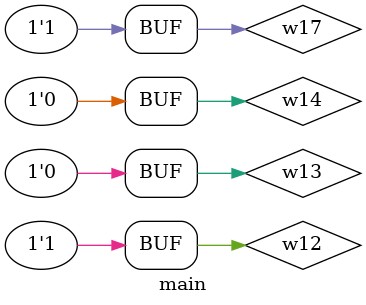
<source format=v>

module main;    //: root_module
supply0 w14;    //: /sn:0 {0}(654,415)(654,436)(603,436){1}
//: {2}(599,436)(566,436)(566,415){3}
//: {4}(601,438)(601,455){5}
supply1 w17;    //: /sn:0 {0}(620,315)(620,292){1}
supply1 w12;    //: /sn:0 {0}(625,86)(625,63){1}
supply0 w13;    //: /sn:0 {0}(650,191)(650,213)(608,213){1}
//: {2}(604,213)(571,213)(571,191){3}
//: {4}(606,215)(606,231){5}
wire w6;    //: /sn:0 {0}(625,119)(625,103){1}
wire w16;    //: /sn:0 {0}(620,345)(620,332){1}
wire Q;    //: {0}(765,383)(656,383){1}
//: {2}(654,381)(654,273)(532,273)(532,184){3}
//: {4}(534,182)(557,182){5}
//: {6}(532,180)(532,127)(611,127){7}
//: {8}(652,383)(622,383){9}
//: {10}(620,381)(620,362){11}
//: {12}(618,383)(566,383)(566,398){13}
//: {14}(654,385)(654,398){15}
wire _Q;    //: /dp:1 {0}(759,159)(694,159){1}
//: {2}(690,159)(652,159){3}
//: {4}(648,159)(627,159){5}
//: {6}(625,157)(625,136){7}
//: {8}(623,159)(571,159)(571,174){9}
//: {10}(650,161)(650,174){11}
//: {12}(692,161)(692,252)(584,252)(584,321){13}
//: {14}(586,323)(606,323){15}
//: {16}(584,325)(584,406)(640,406){17}
wire R;    //: /dp:7 {0}(606,353)(535,353){1}
//: {2}(531,353)(503,353){3}
//: {4}(501,351)(501,336){5}
//: {6}(499,353)(442,353){7}
//: {8}(533,355)(533,406)(552,406){9}
wire S;    //: /dp:7 {0}(611,94)(591,94){1}
//: {2}(587,94)(505,94){3}
//: {4}(503,92)(503,81){5}
//: {6}(501,94)(436,94){7}
//: {8}(589,96)(589,182)(636,182){9}
//: enddecls

  //: supply1 g4 (w12) @(636,63) /sn:0 /anc:1 /w:[ 1 ]
  //: joint g8 (w13) @(606, 213) /anc:1 /w:[ 1 -1 2 4 ]
  //: joint g34 (S) @(503, 94) /w:[ 3 4 6 -1 ]
  pmos g3 (.Z(w12), .S0(w6), .G0(S));   //: @(619,94) /sn:0 /anc:1 /w:[ 0 1 0 ]
  nmos g13 (.Z(w14), .S0(Q), .G0(_Q));   //: @(648,406) /sn:0 /anc:1 /w:[ 0 15 17 ]
  pmos g2 (.Z(w6), .S0(_Q), .G0(Q));   //: @(619,127) /sn:0 /anc:1 /w:[ 0 7 7 ]
  nmos g1 (.Z(w13), .S0(_Q), .G0(S));   //: @(644,182) /sn:0 /anc:1 /w:[ 0 11 9 ]
  //: joint g11 (S) @(589, 94) /anc:1 /w:[ 1 -1 2 8 ]
  //: supply1 g16 (w17) @(631,292) /sn:0 /anc:1 /w:[ 1 ]
  //: comment g28 /dolink:0 /link:"" @(26,299) /anc:1
  //: /line:"3) Rimetti l'interruttore \"S\" in posizione \"off\""
  //: /line:"e inserisci di nuovo 10 .. 20 spazi.  "
  //: /line:"\"Q\" e \"_Q\" mantengono il loro valore."
  //: /end
  //: joint g10 (Q) @(654, 383) /anc:1 /w:[ 1 2 8 14 ]
  led g32 (.I(Q));   //: @(772,383) /sn:0 /R:3 /w:[ 0 ] /type:0
  //: switch g19 (R) @(425,353) /sn:0 /anc:1 /w:[ 7 ] /st:0
  //: comment g27 /dolink:0 /link:"" @(25,193) /anc:1
  //: /line:"2) Inserisci da 10 a 20 spazi per far avanzare"
  //: /line:"la simulazione."
  //: /line:"Osserva che sia \"Q\" che \"_Q\" hanno valore"
  //: /line:"sconosciuto."
  //: /line:"Ora clicca sull'interruttore \"S\" e inserisci "
  //: /line:"di nuovo fra 10 e 20 spazi. "
  //: /line:"\"Q\" passa al livello alto e \"_Q\" a quello basso."
  //: /end
  //: switch g6 (S) @(419,94) /sn:0 /anc:1 /w:[ 7 ] /st:0
  //: joint g9 (_Q) @(692, 159) /anc:1 /w:[ 1 -1 2 12 ]
  //: joint g7 (Q) @(620, 383) /anc:1 /w:[ 9 10 12 -1 ]
  led g31 (.I(_Q));   //: @(766,159) /sn:0 /R:3 /w:[ 0 ] /type:0
  pmos g15 (.Z(w17), .S0(w16), .G0(_Q));   //: @(614,323) /sn:0 /anc:1 /w:[ 0 1 15 ]
  //: joint g20 (w14) @(601, 436) /anc:1 /w:[ 1 -1 2 4 ]
  //: comment g29 /dolink:0 /link:"" @(26,355) /anc:1
  //: /line:"4) Ora metti \"R\" il posizione \"on\" (click)"
  //: /line:"e inserisci ancora 10 .. 20 spazi."
  //: /line:"\"_Q\" commuta allo stato alto mentre \"Q\""
  //: /line:"a quello basso."
  //: /end
  //: supply0 g17 (w14) @(601,461) /sn:0 /anc:1 /w:[ 5 ]
  //: comment g25 /dolink:0 /link:"" @(35,22) /anc:1
  //: /line:"Questo circuito è un semplice flip-flop realizzato "
  //: /line:"a livello di transistor con due porte NOR in tecnica CMOS."
  //: /line:""
  //: /end
  //: supply0 g5 (w13) @(606,237) /sn:0 /anc:1 /w:[ 5 ]
  pmos g14 (.Z(w16), .S0(Q), .G0(R));   //: @(614,353) /sn:0 /anc:1 /w:[ 0 11 0 ]
  //: joint g36 (R) @(501, 353) /w:[ 3 4 6 -1 ]
  //: joint g24 (_Q) @(625, 159) /anc:1 /w:[ 5 6 8 -1 ]
  //: joint g21 (Q) @(532, 182) /anc:1 /w:[ 4 6 -1 3 ]
  //: joint g23 (_Q) @(650, 159) /anc:1 /w:[ 3 -1 4 10 ]
  led g35 (.I(R));   //: @(501,329) /sn:0 /w:[ 5 ] /type:0
  nmos g0 (.Z(w13), .S0(_Q), .G0(Q));   //: @(565,182) /sn:0 /anc:1 /w:[ 3 9 5 ]
  //: joint g22 (R) @(533, 353) /anc:1 /w:[ 1 -1 2 8 ]
  //: comment g26 /dolink:0 /link:"" @(26,101) /anc:1
  //: /line:"1) Attiva la simulazione e aggancia"
  //: /line:"delle sonde ai segnali \"S\", \"R\", \"Q\" e \"_Q\"."
  //: /line:"Il segnale \"_Q\" è \"Q\" sopralineato."
  //: /line:""
  //: /end
  nmos g12 (.Z(w14), .S0(Q), .G0(R));   //: @(560,406) /sn:0 /anc:1 /w:[ 3 13 9 ]
  //: joint g18 (_Q) @(584, 323) /anc:1 /w:[ 14 13 -1 16 ]
  led g33 (.I(S));   //: @(503,74) /sn:0 /w:[ 5 ] /type:0
  //: comment g30 /dolink:0 /link:"" @(23,420) /anc:1
  //: /line:"5) Ritorna con \"R\" in posizione \"off\""
  //: /line:"e inserisci 10 .. 20 spazi."
  //: /line:"\"Q\" e \"_Q\" mantengono il loro valore."
  //: /end

endmodule

</source>
